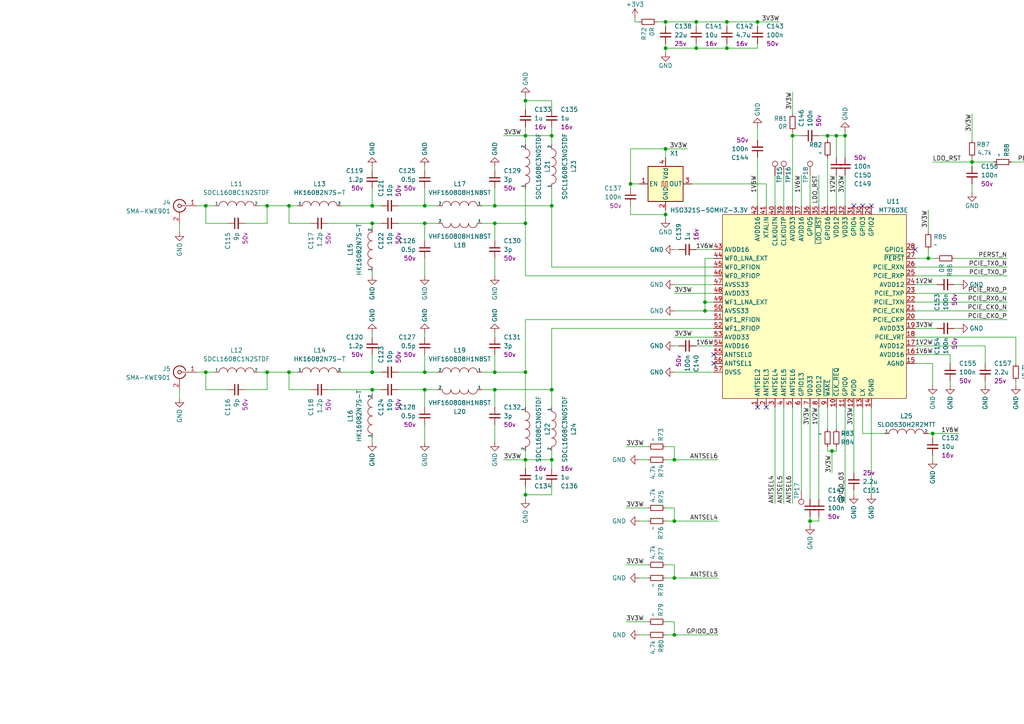
<source format=kicad_sch>
(kicad_sch (version 20230121) (generator eeschema)
  (paper "A4")
  (junction (at 123.19 107.95))
  (junction (at 123.19 113.03))
  (junction (at 152.4 39.37))
  (junction (at 195.58 133.35))
  (junction (at 193.04 62.23))
  (junction (at 152.4 64.77))
  (junction (at 204.47 87.63))
  (junction (at 240.03 39.37))
  (junction (at 193.04 6.35))
  (junction (at 107.95 107.95))
  (junction (at 160.02 39.37))
  (junction (at 229.87 39.37))
  (junction (at 77.47 107.95))
  (junction (at 182.88 53.34))
  (junction (at 83.82 59.69))
  (junction (at 219.71 6.35))
  (junction (at 269.24 74.93))
  (junction (at 152.4 143.51))
  (junction (at 152.4 133.35))
  (junction (at 241.3 130.81))
  (junction (at 107.95 64.77))
  (junction (at 270.51 125.73))
  (junction (at 143.51 59.69))
  (junction (at 123.19 64.77))
  (junction (at 107.95 113.03))
  (junction (at 201.93 6.35))
  (junction (at 195.58 167.64))
  (junction (at 195.58 184.15))
  (junction (at 160.02 59.69))
  (junction (at 193.04 13.97))
  (junction (at 123.19 59.69))
  (junction (at 234.95 151.13))
  (junction (at 193.04 43.18))
  (junction (at 210.82 6.35))
  (junction (at 242.57 39.37))
  (junction (at 152.4 107.95))
  (junction (at 245.11 39.37))
  (junction (at 59.69 107.95))
  (junction (at 152.4 29.21))
  (junction (at 143.51 64.77))
  (junction (at 210.82 13.97))
  (junction (at 160.02 113.03))
  (junction (at 83.82 107.95))
  (junction (at 107.95 59.69))
  (junction (at 195.58 151.13))
  (junction (at 201.93 13.97))
  (junction (at 77.47 59.69))
  (junction (at 143.51 107.95))
  (junction (at 143.51 113.03))
  (junction (at 204.47 90.17))
  (junction (at 160.02 133.35))
  (junction (at 281.94 46.99))
  (junction (at 59.69 59.69))
  (no_connect (at 207.01 102.87))
  (no_connect (at 252.73 59.69))
  (no_connect (at 250.19 59.69))
  (no_connect (at 265.43 72.39))
  (no_connect (at 219.71 118.11))
  (no_connect (at 222.25 118.11))
  (no_connect (at 207.01 105.41))
  (no_connect (at 247.65 59.69))
  (wire (pts (xy 110.49 64.77) (xy 107.95 64.77)))
  (wire (pts (xy 139.7 59.69) (xy 143.51 59.69)))
  (wire (pts (xy 224.79 146.05) (xy 224.79 118.11)))
  (wire (pts (xy 123.19 59.69) (xy 127 59.69)))
  (wire (pts (xy 201.93 6.35) (xy 201.93 7.62)))
  (wire (pts (xy 219.71 36.83) (xy 219.71 40.64)))
  (wire (pts (xy 182.88 54.61) (xy 182.88 53.34)))
  (wire (pts (xy 77.47 107.95) (xy 77.47 113.03)))
  (wire (pts (xy 210.82 6.35) (xy 219.71 6.35)))
  (wire (pts (xy 265.43 102.87) (xy 275.59 102.87)))
  (wire (pts (xy 181.61 129.54) (xy 187.96 129.54)))
  (wire (pts (xy 143.51 59.69) (xy 160.02 59.69)))
  (wire (pts (xy 99.06 107.95) (xy 107.95 107.95)))
  (wire (pts (xy 232.41 142.24) (xy 232.41 118.11)))
  (wire (pts (xy 234.95 144.78) (xy 234.95 118.11)))
  (wire (pts (xy 227.33 50.8) (xy 227.33 59.69)))
  (wire (pts (xy 62.23 107.95) (xy 59.69 107.95)))
  (wire (pts (xy 59.69 64.77) (xy 66.04 64.77)))
  (wire (pts (xy 107.95 107.95) (xy 107.95 102.87)))
  (wire (pts (xy 74.93 107.95) (xy 77.47 107.95)))
  (wire (pts (xy 242.57 129.54) (xy 242.57 130.81)))
  (wire (pts (xy 265.43 87.63) (xy 292.1 87.63)))
  (wire (pts (xy 123.19 74.93) (xy 123.19 80.01)))
  (wire (pts (xy 152.4 92.71) (xy 152.4 107.95)))
  (wire (pts (xy 123.19 97.79) (xy 123.19 96.52)))
  (wire (pts (xy 152.4 107.95) (xy 152.4 118.11)))
  (wire (pts (xy 160.02 95.25) (xy 160.02 113.03)))
  (wire (pts (xy 237.49 149.86) (xy 237.49 151.13)))
  (wire (pts (xy 294.64 110.49) (xy 294.64 111.76)))
  (wire (pts (xy 57.15 59.69) (xy 59.69 59.69)))
  (wire (pts (xy 152.4 39.37) (xy 160.02 39.37)))
  (wire (pts (xy 152.4 64.77) (xy 152.4 80.01)))
  (wire (pts (xy 152.4 36.83) (xy 152.4 39.37)))
  (wire (pts (xy 184.15 6.35) (xy 184.15 5.08)))
  (wire (pts (xy 193.04 62.23) (xy 182.88 62.23)))
  (wire (pts (xy 193.04 63.5) (xy 193.04 62.23)))
  (wire (pts (xy 152.4 64.77) (xy 152.4 54.61)))
  (wire (pts (xy 152.4 39.37) (xy 152.4 41.91)))
  (wire (pts (xy 193.04 43.18) (xy 199.39 43.18)))
  (wire (pts (xy 245.11 50.8) (xy 245.11 59.69)))
  (wire (pts (xy 160.02 39.37) (xy 160.02 41.91)))
  (wire (pts (xy 245.11 39.37) (xy 245.11 45.72)))
  (wire (pts (xy 83.82 64.77) (xy 90.17 64.77)))
  (wire (pts (xy 207.01 85.09) (xy 195.58 85.09)))
  (wire (pts (xy 123.19 54.61) (xy 123.19 59.69)))
  (wire (pts (xy 265.43 80.01) (xy 292.1 80.01)))
  (wire (pts (xy 193.04 12.7) (xy 193.04 13.97)))
  (wire (pts (xy 208.28 133.35) (xy 195.58 133.35)))
  (wire (pts (xy 276.86 95.25) (xy 278.13 95.25)))
  (wire (pts (xy 107.95 59.69) (xy 107.95 54.61)))
  (wire (pts (xy 270.51 127) (xy 270.51 125.73)))
  (wire (pts (xy 152.4 133.35) (xy 160.02 133.35)))
  (wire (pts (xy 115.57 59.69) (xy 123.19 59.69)))
  (wire (pts (xy 281.94 48.26) (xy 281.94 46.99)))
  (wire (pts (xy 250.19 125.73) (xy 256.54 125.73)))
  (wire (pts (xy 207.01 107.95) (xy 195.58 107.95)))
  (wire (pts (xy 107.95 97.79) (xy 107.95 96.52)))
  (wire (pts (xy 193.04 167.64) (xy 195.58 167.64)))
  (wire (pts (xy 201.93 13.97) (xy 201.93 12.7)))
  (wire (pts (xy 208.28 167.64) (xy 195.58 167.64)))
  (wire (pts (xy 237.49 118.11) (xy 237.49 144.78)))
  (wire (pts (xy 204.47 74.93) (xy 204.47 87.63)))
  (wire (pts (xy 193.04 184.15) (xy 195.58 184.15)))
  (wire (pts (xy 152.4 143.51) (xy 152.4 144.78)))
  (wire (pts (xy 195.58 147.32) (xy 193.04 147.32)))
  (wire (pts (xy 265.43 97.79) (xy 294.64 97.79)))
  (wire (pts (xy 242.57 118.11) (xy 242.57 124.46)))
  (wire (pts (xy 52.07 115.57) (xy 52.07 113.03)))
  (wire (pts (xy 182.88 53.34) (xy 182.88 43.18)))
  (wire (pts (xy 193.04 7.62) (xy 193.04 6.35)))
  (wire (pts (xy 77.47 59.69) (xy 77.47 64.77)))
  (wire (pts (xy 187.96 133.35) (xy 185.42 133.35)))
  (wire (pts (xy 293.37 46.99) (xy 303.53 46.99)))
  (wire (pts (xy 276.86 82.55) (xy 278.13 82.55)))
  (wire (pts (xy 74.93 59.69) (xy 77.47 59.69)))
  (wire (pts (xy 193.04 151.13) (xy 195.58 151.13)))
  (wire (pts (xy 57.15 107.95) (xy 59.69 107.95)))
  (wire (pts (xy 160.02 59.69) (xy 160.02 54.61)))
  (wire (pts (xy 237.49 50.8) (xy 237.49 59.69)))
  (wire (pts (xy 252.73 118.11) (xy 252.73 143.51)))
  (wire (pts (xy 59.69 113.03) (xy 66.04 113.03)))
  (wire (pts (xy 83.82 59.69) (xy 83.82 64.77)))
  (wire (pts (xy 270.51 111.76) (xy 270.51 105.41)))
  (wire (pts (xy 242.57 39.37) (xy 242.57 45.72)))
  (wire (pts (xy 245.11 146.05) (xy 245.11 118.11)))
  (wire (pts (xy 201.93 72.39) (xy 207.01 72.39)))
  (wire (pts (xy 193.04 15.24) (xy 193.04 13.97)))
  (wire (pts (xy 195.58 167.64) (xy 195.58 163.83)))
  (wire (pts (xy 110.49 107.95) (xy 107.95 107.95)))
  (wire (pts (xy 193.04 43.18) (xy 193.04 45.72)))
  (wire (pts (xy 185.42 167.64) (xy 187.96 167.64)))
  (wire (pts (xy 240.03 59.69) (xy 240.03 45.72)))
  (wire (pts (xy 123.19 102.87) (xy 123.19 107.95)))
  (wire (pts (xy 143.51 113.03) (xy 143.51 118.11)))
  (wire (pts (xy 160.02 143.51) (xy 152.4 143.51)))
  (wire (pts (xy 207.01 95.25) (xy 160.02 95.25)))
  (wire (pts (xy 270.51 132.08) (xy 270.51 133.35)))
  (wire (pts (xy 107.95 64.77) (xy 107.95 66.04)))
  (wire (pts (xy 123.19 113.03) (xy 127 113.03)))
  (wire (pts (xy 123.19 113.03) (xy 123.19 118.11)))
  (wire (pts (xy 207.01 87.63) (xy 204.47 87.63)))
  (wire (pts (xy 95.25 64.77) (xy 107.95 64.77)))
  (wire (pts (xy 210.82 6.35) (xy 210.82 7.62)))
  (wire (pts (xy 265.43 85.09) (xy 292.1 85.09)))
  (wire (pts (xy 278.13 125.73) (xy 270.51 125.73)))
  (wire (pts (xy 160.02 133.35) (xy 160.02 130.81)))
  (wire (pts (xy 219.71 6.35) (xy 219.71 7.62)))
  (wire (pts (xy 219.71 13.97) (xy 219.71 12.7)))
  (wire (pts (xy 265.43 90.17) (xy 292.1 90.17)))
  (wire (pts (xy 195.58 184.15) (xy 195.58 180.34)))
  (wire (pts (xy 152.4 80.01) (xy 207.01 80.01)))
  (wire (pts (xy 219.71 45.72) (xy 219.71 59.69)))
  (wire (pts (xy 107.95 127) (xy 107.95 128.27)))
  (wire (pts (xy 160.02 140.97) (xy 160.02 143.51)))
  (wire (pts (xy 281.94 33.02) (xy 281.94 40.64)))
  (wire (pts (xy 234.95 151.13) (xy 234.95 152.4)))
  (wire (pts (xy 275.59 110.49) (xy 275.59 111.76)))
  (wire (pts (xy 208.28 184.15) (xy 195.58 184.15)))
  (wire (pts (xy 77.47 107.95) (xy 83.82 107.95)))
  (wire (pts (xy 193.04 62.23) (xy 193.04 60.96)))
  (wire (pts (xy 245.11 38.1) (xy 245.11 39.37)))
  (wire (pts (xy 143.51 49.53) (xy 143.51 48.26)))
  (wire (pts (xy 152.4 143.51) (xy 152.4 140.97)))
  (wire (pts (xy 276.86 74.93) (xy 292.1 74.93)))
  (wire (pts (xy 152.4 29.21) (xy 152.4 31.75)))
  (wire (pts (xy 62.23 59.69) (xy 59.69 59.69)))
  (wire (pts (xy 210.82 13.97) (xy 210.82 12.7)))
  (wire (pts (xy 181.61 163.83) (xy 187.96 163.83)))
  (wire (pts (xy 265.43 105.41) (xy 270.51 105.41)))
  (wire (pts (xy 123.19 64.77) (xy 123.19 69.85)))
  (wire (pts (xy 185.42 184.15) (xy 187.96 184.15)))
  (wire (pts (xy 281.94 46.99) (xy 270.51 46.99)))
  (wire (pts (xy 281.94 46.99) (xy 288.29 46.99)))
  (wire (pts (xy 201.93 13.97) (xy 210.82 13.97)))
  (wire (pts (xy 201.93 100.33) (xy 207.01 100.33)))
  (wire (pts (xy 207.01 82.55) (xy 195.58 82.55)))
  (wire (pts (xy 265.43 100.33) (xy 285.75 100.33)))
  (wire (pts (xy 160.02 29.21) (xy 152.4 29.21)))
  (wire (pts (xy 152.4 135.89) (xy 152.4 133.35)))
  (wire (pts (xy 275.59 102.87) (xy 275.59 105.41)))
  (wire (pts (xy 143.51 64.77) (xy 152.4 64.77)))
  (wire (pts (xy 160.02 113.03) (xy 160.02 118.11)))
  (wire (pts (xy 269.24 72.39) (xy 269.24 74.93)))
  (wire (pts (xy 240.03 118.11) (xy 240.03 124.46)))
  (wire (pts (xy 115.57 113.03) (xy 123.19 113.03)))
  (wire (pts (xy 193.04 6.35) (xy 201.93 6.35)))
  (wire (pts (xy 247.65 118.11) (xy 247.65 137.16)))
  (wire (pts (xy 232.41 50.8) (xy 232.41 59.69)))
  (wire (pts (xy 86.36 107.95) (xy 83.82 107.95)))
  (wire (pts (xy 160.02 31.75) (xy 160.02 29.21)))
  (wire (pts (xy 229.87 146.05) (xy 229.87 118.11)))
  (wire (pts (xy 107.95 78.74) (xy 107.95 80.01)))
  (wire (pts (xy 285.75 110.49) (xy 285.75 111.76)))
  (wire (pts (xy 271.78 95.25) (xy 265.43 95.25)))
  (wire (pts (xy 99.06 59.69) (xy 107.95 59.69)))
  (wire (pts (xy 196.85 72.39) (xy 195.58 72.39)))
  (wire (pts (xy 143.51 59.69) (xy 143.51 54.61)))
  (wire (pts (xy 107.95 49.53) (xy 107.95 48.26)))
  (wire (pts (xy 241.3 130.81) (xy 241.3 137.16)))
  (wire (pts (xy 195.58 151.13) (xy 195.58 147.32)))
  (wire (pts (xy 250.19 118.11) (xy 250.19 125.73)))
  (wire (pts (xy 143.51 123.19) (xy 143.51 128.27)))
  (wire (pts (xy 152.4 29.21) (xy 152.4 27.94)))
  (wire (pts (xy 210.82 13.97) (xy 219.71 13.97)))
  (wire (pts (xy 224.79 50.8) (xy 224.79 59.69)))
  (wire (pts (xy 110.49 113.03) (xy 107.95 113.03)))
  (wire (pts (xy 207.01 90.17) (xy 204.47 90.17)))
  (wire (pts (xy 143.51 107.95) (xy 152.4 107.95)))
  (wire (pts (xy 237.49 39.37) (xy 240.03 39.37)))
  (wire (pts (xy 207.01 92.71) (xy 152.4 92.71)))
  (wire (pts (xy 190.5 6.35) (xy 193.04 6.35)))
  (wire (pts (xy 107.95 113.03) (xy 107.95 114.3)))
  (wire (pts (xy 270.51 125.73) (xy 269.24 125.73)))
  (wire (pts (xy 207.01 74.93) (xy 204.47 74.93)))
  (wire (pts (xy 160.02 36.83) (xy 160.02 39.37)))
  (wire (pts (xy 193.04 13.97) (xy 201.93 13.97)))
  (wire (pts (xy 139.7 64.77) (xy 143.51 64.77)))
  (wire (pts (xy 115.57 64.77) (xy 123.19 64.77)))
  (wire (pts (xy 77.47 64.77) (xy 71.12 64.77)))
  (wire (pts (xy 77.47 113.03) (xy 71.12 113.03)))
  (wire (pts (xy 143.51 64.77) (xy 143.51 69.85)))
  (wire (pts (xy 110.49 59.69) (xy 107.95 59.69)))
  (wire (pts (xy 143.51 107.95) (xy 143.51 102.87)))
  (wire (pts (xy 229.87 39.37) (xy 232.41 39.37)))
  (wire (pts (xy 294.64 97.79) (xy 294.64 105.41)))
  (wire (pts (xy 187.96 151.13) (xy 185.42 151.13)))
  (wire (pts (xy 77.47 59.69) (xy 83.82 59.69)))
  (wire (pts (xy 269.24 60.96) (xy 269.24 67.31)))
  (wire (pts (xy 204.47 87.63) (xy 204.47 90.17)))
  (wire (pts (xy 242.57 50.8) (xy 242.57 59.69)))
  (wire (pts (xy 123.19 49.53) (xy 123.19 48.26)))
  (wire (pts (xy 143.51 74.93) (xy 143.51 80.01)))
  (wire (pts (xy 86.36 59.69) (xy 83.82 59.69)))
  (wire (pts (xy 181.61 147.32) (xy 187.96 147.32)))
  (wire (pts (xy 143.51 97.79) (xy 143.51 96.52)))
  (wire (pts (xy 115.57 107.95) (xy 123.19 107.95)))
  (wire (pts (xy 229.87 39.37) (xy 229.87 59.69)))
  (wire (pts (xy 242.57 39.37) (xy 245.11 39.37)))
  (wire (pts (xy 95.25 113.03) (xy 107.95 113.03)))
  (wire (pts (xy 52.07 67.31) (xy 52.07 64.77)))
  (wire (pts (xy 123.19 123.19) (xy 123.19 128.27)))
  (wire (pts (xy 242.57 130.81) (xy 241.3 130.81)))
  (wire (pts (xy 281.94 53.34) (xy 281.94 55.88)))
  (wire (pts (xy 182.88 43.18) (xy 193.04 43.18)))
  (wire (pts (xy 265.43 74.93) (xy 269.24 74.93)))
  (wire (pts (xy 146.05 133.35) (xy 152.4 133.35)))
  (wire (pts (xy 234.95 149.86) (xy 234.95 151.13)))
  (wire (pts (xy 195.58 129.54) (xy 193.04 129.54)))
  (wire (pts (xy 227.33 146.05) (xy 227.33 118.11)))
  (wire (pts (xy 265.43 92.71) (xy 292.1 92.71)))
  (wire (pts (xy 240.03 40.64) (xy 240.03 39.37)))
  (wire (pts (xy 237.49 151.13) (xy 234.95 151.13)))
  (wire (pts (xy 204.47 90.17) (xy 195.58 90.17)))
  (wire (pts (xy 265.43 77.47) (xy 292.1 77.47)))
  (wire (pts (xy 160.02 135.89) (xy 160.02 133.35)))
  (wire (pts (xy 208.28 151.13) (xy 195.58 151.13)))
  (wire (pts (xy 59.69 107.95) (xy 59.69 113.03)))
  (wire (pts (xy 207.01 97.79) (xy 195.58 97.79)))
  (wire (pts (xy 181.61 180.34) (xy 187.96 180.34)))
  (wire (pts (xy 59.69 59.69) (xy 59.69 64.77)))
  (wire (pts (xy 185.42 6.35) (xy 184.15 6.35)))
  (wire (pts (xy 207.01 77.47) (xy 160.02 77.47)))
  (wire (pts (xy 139.7 107.95) (xy 143.51 107.95)))
  (wire (pts (xy 139.7 113.03) (xy 143.51 113.03)))
  (wire (pts (xy 123.19 64.77) (xy 127 64.77)))
  (wire (pts (xy 83.82 113.03) (xy 90.17 113.03)))
  (wire (pts (xy 241.3 130.81) (xy 240.03 130.81)))
  (wire (pts (xy 196.85 100.33) (xy 195.58 100.33)))
  (wire (pts (xy 182.88 62.23) (xy 182.88 59.69)))
  (wire (pts (xy 193.04 133.35) (xy 195.58 133.35)))
  (wire (pts (xy 234.95 50.8) (xy 234.95 59.69)))
  (wire (pts (xy 195.58 163.83) (xy 193.04 163.83)))
  (wire (pts (xy 123.19 107.95) (xy 127 107.95)))
  (wire (pts (xy 201.93 6.35) (xy 210.82 6.35)))
  (wire (pts (xy 200.66 53.34) (xy 222.25 53.34)))
  (wire (pts (xy 152.4 133.35) (xy 152.4 130.81)))
  (wire (pts (xy 247.65 142.24) (xy 247.65 143.51)))
  (wire (pts (xy 146.05 39.37) (xy 152.4 39.37)))
  (wire (pts (xy 195.58 180.34) (xy 193.04 180.34)))
  (wire (pts (xy 240.03 130.81) (xy 240.03 129.54)))
  (wire (pts (xy 240.03 39.37) (xy 242.57 39.37)))
  (wire (pts (xy 281.94 46.99) (xy 281.94 45.72)))
  (wire (pts (xy 285.75 100.33) (xy 285.75 105.41)))
  (wire (pts (xy 195.58 133.35) (xy 195.58 129.54)))
  (wire (pts (xy 222.25 53.34) (xy 222.25 59.69)))
  (wire (pts (xy 229.87 26.67) (xy 229.87 33.02)))
  (wire (pts (xy 83.82 107.95) (xy 83.82 113.03)))
  (wire (pts (xy 160.02 59.69) (xy 160.02 77.47)))
  (wire (pts (xy 271.78 82.55) (xy 265.43 82.55)))
  (wire (pts (xy 229.87 38.1) (xy 229.87 39.37)))
  (wire (pts (xy 269.24 74.93) (xy 271.78 74.93)))
  (wire (pts (xy 219.71 6.35) (xy 226.06 6.35)))
  (wire (pts (xy 185.42 53.34) (xy 182.88 53.34)))
  (wire (pts (xy 143.51 113.03) (xy 160.02 113.03)))
  (label "PCIE_RX0_P" (at 292.1 85.09 180))
  (label "3V3W" (at 265.43 95.25 0))
  (label "1V2W" (at 242.57 50.8 270))
  (label "3V3W" (at 241.3 137.16 90))
  (label "1V6W" (at 207.01 72.39 180))
  (label "1V2W" (at 265.43 100.33 0))
  (label "GPIO0_03" (at 245.11 146.05 90))
  (label "GPIO0_03" (at 208.28 184.15 180))
  (label "1V6W" (at 232.41 50.8 270))
  (label "PCIE_CK0_P" (at 292.1 92.71 180))
  (label "1V2W" (at 265.43 82.55 0))
  (label "3V3W" (at 281.94 33.02 270))
  (label "3V3W" (at 199.39 43.18 180))
  (label "3V3W" (at 181.61 163.83 0))
  (label "PCIE_CK0_N" (at 292.1 90.17 180))
  (label "ANTSEL5" (at 208.28 167.64 180))
  (label "PERST_N" (at 303.53 46.99 180))
  (label "PCIE_TX0_P" (at 292.1 80.01 180))
  (label "PERST_N" (at 292.1 74.93 180))
  (label "LDO_RST" (at 270.51 46.99 0))
  (label "3V3W" (at 247.65 118.11 270))
  (label "3V3W" (at 229.87 26.67 270))
  (label "3V3W" (at 181.61 129.54 0))
  (label "3V3W" (at 195.58 85.09 0))
  (label "PCIE_RX0_N" (at 292.1 87.63 180))
  (label "1V2W" (at 237.49 118.11 270))
  (label "3V3W" (at 181.61 147.32 0))
  (label "3V3W" (at 146.05 133.35 0))
  (label "1V6W" (at 207.01 100.33 180))
  (label "PCIE_TX0_N" (at 292.1 77.47 180))
  (label "3V3W" (at 181.61 180.34 0))
  (label "ANTSEL5" (at 227.33 146.05 90))
  (label "ANTSEL4" (at 224.79 146.05 90))
  (label "1V6W" (at 219.71 50.8 270))
  (label "3V3W" (at 195.58 97.79 0))
  (label "LDO_RST" (at 237.49 50.8 270))
  (label "3V3W" (at 234.95 118.11 270))
  (label "3V3W" (at 146.05 39.37 0))
  (label "3V3W" (at 245.11 50.8 270))
  (label "3V3W" (at 226.06 6.35 180))
  (label "1V6W" (at 265.43 102.87 0))
  (label "1V6W" (at 278.13 125.73 180))
  (label "ANTSEL6" (at 208.28 133.35 180))
  (label "3V3W" (at 269.24 60.96 270))
  (label "ANTSEL4" (at 208.28 151.13 180))
  (label "ANTSEL6" (at 229.87 146.05 90))
  (symbol (lib_id "Device:R_Small") (at 240.03 127 0) (unit 1)
    (property "Reference" "R83" (at 243.84 125.73 0) (effects (justify left)))
    (property "Value" "~" (at 238.5314 125.857 0) (effects (justify right)))
    (property "Footprint" "Resistor_SMD:R_0402_1005Metric" (effects hide))
  )
  (symbol (lib_id "power:GND") (at 52.07 115.57 0) (unit 1)
    (property "Reference" "#PWR0176" (effects hide))
    (property "Value" "GND" (at 52.07 120.65 90))
  )
  (symbol (lib_id "Device:C_Small") (at 68.58 64.77 90) (mirror x) (unit 1)
    (property "Reference" "C115" (at 66.04 67.31 0) (effects (justify left)))
    (property "Value" "9p" (at 68.58 67.31 0) (effects (justify left)))
    (property "Footprint" "Capacitor_SMD:C_0402_1005Metric" (effects hide))
    (property "lcsc" "C88899" (effects hide))
    (property "Coefficient" "NP0" (effects hide))
    (property "Voltage" "50v" (at 71.12 67.31 0) (effects (justify left)))
  )
  (symbol (lib_id "Device:C_Small") (at 113.03 59.69 90) (unit 1)
    (property "Reference" "C121" (at 110.49 57.15 0) (effects (justify left)))
    (property "Value" "10p" (at 113.03 57.15 0) (effects (justify left)))
    (property "Footprint" "Capacitor_SMD:C_0402_1005Metric" (effects hide))
    (property "lcsc" "C32949" (effects hide))
    (property "Coefficient" "C0G" (effects hide))
    (property "Voltage" "50v" (at 115.57 57.15 0) (effects (justify left)))
  )
  (symbol (lib_id "pspice:INDUCTOR") (at 133.35 64.77 180) (unit 1)
    (property "Reference" "L18" (at 133.35 71.12 0))
    (property "Value" "VHF160808H1N8ST" (at 133.35 68.58 0))
    (property "Footprint" "Inductor_SMD:L_0603_1608Metric" (effects hide))
    (property "lcsc" "C1026" (effects hide))
  )
  (symbol (lib_id "Device:C_Small") (at 219.71 10.16 0) (unit 1)
    (property "Reference" "C143" (at 222.25 7.62 0) (effects (justify left)))
    (property "Value" "100n" (at 222.25 10.16 0) (effects (justify left)))
    (property "Footprint" "Capacitor_SMD:C_0402_1005Metric" (effects hide))
    (property "lcsc" "C307331" (effects hide))
    (property "Coefficient" "X7R" (effects hide))
    (property "Voltage" "50v" (at 222.25 12.7 0) (effects (justify left)))
  )
  (symbol (lib_id "Device:C_Small") (at 123.19 52.07 0) (mirror y) (unit 1)
    (property "Reference" "C125" (at 120.65 49.53 0) (effects (justify left)))
    (property "Value" "0.5p" (at 120.65 52.07 0) (effects (justify left)))
    (property "Footprint" "Capacitor_SMD:C_0402_1005Metric" (effects hide))
    (property "lcsc" "C76912" (effects hide))
    (property "Coefficient" "C0G" (effects hide))
    (property "Voltage" "50v" (at 120.65 54.61 0) (effects (justify left)))
  )
  (symbol (lib_id "power:GND") (at 245.11 38.1 0) (mirror x) (unit 1)
    (property "Reference" "#PWR0189" (effects hide))
    (property "Value" "GND" (at 245.11 33.02 90))
  )
  (symbol (lib_id "Device:R_Small") (at 229.87 35.56 0) (mirror x) (unit 1)
    (property "Reference" "R81" (at 228.3714 34.3916 0) (effects (justify right)))
    (property "Value" "0R" (at 228.3714 36.703 0) (effects (justify right)))
    (property "Footprint" "Resistor_SMD:R_0402_1005Metric" (effects hide))
    (property "lcsc" "C17168" (effects hide))
    (property "Coefficient" "1%" (effects hide))
  )
  (symbol (lib_id "power:GND") (at 143.51 80.01 0) (unit 1)
    (property "Reference" "#PWR0182" (effects hide))
    (property "Value" "GND" (at 143.51 85.09 90))
  )
  (symbol (lib_id "Device:C_Small") (at 242.57 48.26 180) (unit 1)
    (property "Reference" "C149" (at 247.65 53.34 0) (effects (justify right)))
    (property "Value" "100n" (effects hide))
    (property "Footprint" "Capacitor_SMD:C_0402_1005Metric" (effects hide))
    (property "lcsc" "C307331" (effects hide))
    (property "Coefficient" "X7R" (effects hide))
    (property "Voltage" "50v" (effects hide))
  )
  (symbol (lib_id "Device:C_Small") (at 285.75 107.95 0) (unit 1)
    (property "Reference" "C157" (at 288.29 105.41 0) (effects (justify left)))
    (property "Value" "2.2u" (at 288.29 107.95 0) (effects (justify left)))
    (property "Footprint" "Capacitor_SMD:C_0805_2012Metric" (effects hide))
    (property "lcsc" "C19110" (effects hide))
    (property "Coefficient" "X7R" (effects hide))
    (property "Voltage" "25v" (at 288.29 110.49 0) (effects (justify left)))
  )
  (symbol (lib_id "power:GND") (at 195.58 107.95 270) (mirror x) (unit 1)
    (property "Reference" "#PWR0200" (effects hide))
    (property "Value" "GND" (at 190.5 107.95 90))
  )
  (symbol (lib_id "Connector:Conn_Coaxial") (at 52.07 107.95 0) (mirror y) (unit 1)
    (property "Reference" "J5" (at 49.53 106.9731 0) (effects (justify left)))
    (property "Value" "SMA-KWE901" (at 49.53 109.5131 0) (effects (justify left)))
    (property "Footprint" "MAS_Package_std:SMA_Amphenol_901-143_Horizontal" (effects hide))
    (property "Datasheet" "https://datasheet.lcsc.com/lcsc/2011081704_DreamLNK-SMA-KWE901_C914553.pdf" (effects hide))
    (property "lcsc" "C914553" (effects hide))
  )
  (symbol (lib_id "power:GND") (at 195.58 100.33 270) (mirror x) (unit 1)
    (property "Reference" "#PWR0201" (effects hide))
    (property "Value" "GND" (at 190.5 100.33 90))
  )
  (symbol (lib_id "Device:R_Small") (at 187.96 6.35 270) (mirror x) (unit 1)
    (property "Reference" "R72" (at 186.7916 7.8486 0) (effects (justify right)))
    (property "Value" "0R" (at 189.103 7.8486 0) (effects (justify right)))
    (property "Footprint" "Resistor_SMD:R_0402_1005Metric" (effects hide))
    (property "lcsc" "C17168" (effects hide))
    (property "Coefficient" "1%" (effects hide))
  )
  (symbol (lib_id "pspice:INDUCTOR") (at 92.71 59.69 0) (unit 1)
    (property "Reference" "L13" (at 92.71 53.34 0))
    (property "Value" "HK16082N7S-T" (at 92.71 55.88 0))
    (property "Footprint" "Inductor_SMD:L_0603_1608Metric" (effects hide))
    (property "lcsc" "C222663" (effects hide))
  )
  (symbol (lib_id "Device:R_Small") (at 269.24 69.85 180) (unit 1)
    (property "Reference" "R85" (at 270.7386 68.6816 0) (effects (justify right)))
    (property "Value" "~" (at 270.7386 70.993 0) (effects (justify right)))
    (property "Footprint" "Resistor_SMD:R_0402_1005Metric" (effects hide))
  )
  (symbol (lib_id "Device:R_Small") (at 242.57 127 0) (mirror y) (unit 1)
    (property "Reference" "R84" (at 243.84 128.27 0) (effects (justify right)))
    (property "Value" "~" (at 244.0686 125.857 0) (effects (justify right)))
    (property "Footprint" "Resistor_SMD:R_0402_1005Metric" (effects hide))
  )
  (symbol (lib_id "Connector:TestPoint") (at 224.79 50.8 0) (unit 1) (in_bom no)
    (property "Reference" "TP15" (at 226.06 48.26 90) (effects (justify right)))
    (property "Value" "TestPoint" (effects hide))
    (property "Footprint" "TestPoint:TestPoint_Pad_D1.0mm" (effects hide))
  )
  (symbol (lib_id "Device:C_Small") (at 123.19 72.39 0) (mirror y) (unit 1)
    (property "Reference" "C126" (at 120.65 69.85 0) (effects (justify left)))
    (property "Value" "0.5p" (at 120.65 72.39 0) (effects (justify left)))
    (property "Footprint" "Capacitor_SMD:C_0402_1005Metric" (effects hide))
    (property "lcsc" "C76912" (effects hide))
    (property "Coefficient" "C0G" (effects hide))
    (property "Voltage" "50v" (at 120.65 74.93 0) (effects (justify left)))
  )
  (symbol (lib_id "Device:C_Small") (at 107.95 52.07 0) (mirror y) (unit 1)
    (property "Reference" "C119" (at 105.41 49.53 0) (effects (justify left)))
    (property "Value" "1.2p" (at 105.41 52.07 0) (effects (justify left)))
    (property "Footprint" "Capacitor_SMD:C_0402_1005Metric" (effects hide))
    (property "lcsc" "C72135" (effects hide))
    (property "Coefficient" "C0G" (effects hide))
    (property "Voltage" "50v" (at 105.41 54.61 0) (effects (justify left)))
  )
  (symbol (lib_id "Device:R_Small") (at 190.5 180.34 90) (mirror x) (unit 1)
    (property "Reference" "R79" (at 191.6684 178.8414 0) (effects (justify right)))
    (property "Value" "~" (at 189.357 178.8414 0) (effects (justify right)))
    (property "Footprint" "Resistor_SMD:R_0402_1005Metric" (effects hide))
  )
  (symbol (lib_id "pspice:INDUCTOR") (at 160.02 124.46 270) (unit 1)
    (property "Reference" "L24" (at 166.37 124.46 0))
    (property "Value" "SDCL1608C3N0STDF" (at 163.83 124.46 0))
    (property "Footprint" "Inductor_SMD:L_0603_1608Metric" (effects hide))
    (property "lcsc" "C22724" (effects hide))
  )
  (symbol (lib_id "power:GND") (at 123.19 48.26 180) (unit 1)
    (property "Reference" "#PWR0181" (effects hide))
    (property "Value" "GND" (at 123.19 43.18 90))
  )
  (symbol (lib_id "pspice:INDUCTOR") (at 262.89 125.73 0) (unit 1)
    (property "Reference" "L25" (at 262.89 120.65 0))
    (property "Value" "SLO0530H2R2MTT" (at 262.89 123.19 0))
    (property "Footprint" "MAS_Package_std:Power_inductor_SMD_0530" (effects hide))
    (property "Datasheet" "https://datasheet.lcsc.com/lcsc/1811151233_Sunltech-Tech-SLO0530H6R8MTT_C325965.pdf" (effects hide))
    (property "lcsc" "C325962" (effects hide))
  )
  (symbol (lib_id "Device:C_Small") (at 92.71 64.77 90) (mirror x) (unit 1)
    (property "Reference" "C117" (at 90.17 67.31 0) (effects (justify left)))
    (property "Value" "1.2p" (at 92.71 67.31 0) (effects (justify left)))
    (property "Footprint" "Capacitor_SMD:C_0402_1005Metric" (effects hide))
    (property "lcsc" "C72135" (effects hide))
    (property "Coefficient" "C0G" (effects hide))
    (property "Voltage" "50v" (at 95.25 67.31 0) (effects (justify left)))
  )
  (symbol (lib_id "Device:C_Small") (at 270.51 129.54 0) (unit 1)
    (property "Reference" "C152" (at 273.05 127 0) (effects (justify left)))
    (property "Value" "10u" (at 273.05 129.54 0) (effects (justify left)))
    (property "Footprint" "Capacitor_SMD:C_0805_2012Metric" (effects hide))
    (property "lcsc" "C95841" (effects hide))
    (property "Coefficient" "X7R" (effects hide))
    (property "Voltage" "16v" (at 273.05 132.08 0) (effects (justify left)))
  )
  (symbol (lib_id "Device:C_Small") (at 123.19 100.33 0) (mirror y) (unit 1)
    (property "Reference" "C127" (at 120.65 97.79 0) (effects (justify left)))
    (property "Value" "0.5p" (at 120.65 100.33 0) (effects (justify left)))
    (property "Footprint" "Capacitor_SMD:C_0402_1005Metric" (effects hide))
    (property "lcsc" "C76912" (effects hide))
    (property "Coefficient" "C0G" (effects hide))
    (property "Voltage" "50v" (at 120.65 102.87 0) (effects (justify left)))
  )
  (symbol (lib_id "pspice:INDUCTOR") (at 160.02 48.26 270) (mirror x) (unit 1)
    (property "Reference" "L23" (at 166.37 48.26 0))
    (property "Value" "SDCL1608C3N0STDF" (at 163.83 48.26 0))
    (property "Footprint" "Inductor_SMD:L_0603_1608Metric" (effects hide))
    (property "lcsc" "C22724" (effects hide))
  )
  (symbol (lib_id "Device:C_Small") (at 245.11 48.26 0) (mirror x) (unit 1)
    (property "Reference" "C150" (at 247.65 50.8 0) (effects (justify left)))
    (property "Value" "100n" (at 247.65 48.26 0) (effects (justify left)))
    (property "Footprint" "Capacitor_SMD:C_0402_1005Metric" (effects hide))
    (property "lcsc" "C307331" (effects hide))
    (property "Coefficient" "X7R" (effects hide))
    (property "Voltage" "50v" (at 247.65 45.72 0) (effects (justify left)))
  )
  (symbol (lib_id "Device:R_Small") (at 190.5 151.13 90) (unit 1)
    (property "Reference" "R76" (at 191.6684 152.6286 0) (effects (justify right)))
    (property "Value" "~" (at 189.357 152.6286 0) (effects (justify right)))
    (property "Footprint" "Resistor_SMD:R_0402_1005Metric" (effects hide))
  )
  (symbol (lib_id "power:GND") (at 152.4 27.94 180) (unit 1)
    (property "Reference" "#PWR0188" (effects hide))
    (property "Value" "GND" (at 152.4 22.86 90))
  )
  (symbol (lib_id "Device:R_Small") (at 190.5 129.54 90) (mirror x) (unit 1)
    (property "Reference" "R73" (at 191.6684 128.0414 0) (effects (justify right)))
    (property "Value" "~" (at 189.357 128.0414 0) (effects (justify right)))
    (property "Footprint" "Resistor_SMD:R_0402_1005Metric" (effects hide))
  )
  (symbol (lib_id "power:GND") (at 123.19 128.27 0) (unit 1)
    (property "Reference" "#PWR0170" (effects hide))
    (property "Value" "GND" (at 123.19 133.35 90))
  )
  (symbol (lib_id "Device:C_Small") (at 234.95 39.37 90) (unit 1)
    (property "Reference" "C146" (at 232.41 36.83 0) (effects (justify left)))
    (property "Value" "100n" (at 234.95 36.83 0) (effects (justify left)))
    (property "Footprint" "Capacitor_SMD:C_0402_1005Metric" (effects hide))
    (property "lcsc" "C307331" (effects hide))
    (property "Coefficient" "X7R" (effects hide))
    (property "Voltage" "50v" (at 237.49 36.83 0) (effects (justify left)))
  )
  (symbol (lib_id "main-rescue:+3.3V-power") (at 184.15 5.08 0) (mirror y) (unit 1)
    (property "Reference" "#U0119" (effects hide))
    (property "Value" "+3.3V" (at 184.15 1.27 0))
  )
  (symbol (lib_id "Device:C_Small") (at 275.59 107.95 0) (unit 1)
    (property "Reference" "C155" (at 278.13 105.41 0) (effects (justify left)))
    (property "Value" "100n" (at 278.13 107.95 0) (effects (justify left)))
    (property "Footprint" "Capacitor_SMD:C_0402_1005Metric" (effects hide))
    (property "lcsc" "C307331" (effects hide))
    (property "Coefficient" "X7R" (effects hide))
    (property "Voltage" "50v" (at 278.13 110.49 0) (effects (justify left)))
  )
  (symbol (lib_id "pspice:INDUCTOR") (at 152.4 124.46 270) (unit 1)
    (property "Reference" "L22" (at 158.75 124.46 0))
    (property "Value" "SDCL1608C3N0STDF" (at 156.21 124.46 0))
    (property "Footprint" "Inductor_SMD:L_0603_1608Metric" (effects hide))
    (property "lcsc" "C22724" (effects hide))
  )
  (symbol (lib_id "power:GND") (at 278.13 95.25 90) (mirror x) (unit 1)
    (property "Reference" "#PWR0203" (effects hide))
    (property "Value" "GND" (at 283.21 95.25 90))
  )
  (symbol (lib_id "Device:C_Small") (at 274.32 82.55 90) (mirror x) (unit 1)
    (property "Reference" "C153" (at 271.78 85.09 0) (effects (justify left)))
    (property "Value" "100n" (at 274.32 85.09 0) (effects (justify left)))
    (property "Footprint" "Capacitor_SMD:C_0402_1005Metric" (effects hide))
    (property "lcsc" "C307331" (effects hide))
    (property "Coefficient" "X7R" (effects hide))
    (property "Voltage" "50v" (at 276.86 85.09 0) (effects (justify left)))
  )
  (symbol (lib_id "Oscillator:ASV-xxxMHz") (at 193.04 53.34 0) (unit 1)
    (property "Reference" "X1" (at 194.31 44.45 0) (effects (justify left)))
    (property "Value" "HSO321S-50MHZ-3.3V" (at 194.31 60.96 0) (effects (justify left)))
    (property "Footprint" "MAS_Package_std:Oscillator_SMD_SMD3225-4P" (effects hide))
    (property "Datasheet" "https://datasheet.lcsc.com/lcsc/1810171121_HELE-Harmony-Elec-HSO321S-50MHZ-3-3V-50PPM--40--85-_C160451.pdf" (effects hide))
    (property "lcsc" "C160451" (effects hide))
  )
  (symbol (lib_id "power:GND") (at 275.59 111.76 0) (unit 1)
    (property "Reference" "#PWR0206" (effects hide))
    (property "Value" "GND" (at 275.59 116.84 90))
  )
  (symbol (lib_id "Device:R_Small") (at 281.94 43.18 180) (unit 1)
    (property "Reference" "R87" (at 283.21 41.91 0) (effects (justify right)))
    (property "Value" "4.7k" (at 283.4386 44.323 0) (effects (justify right)))
    (property "Footprint" "Resistor_SMD:R_0402_1005Metric" (effects hide))
    (property "lcsc" "C25900" (effects hide))
    (property "Coefficient" "1%" (effects hide))
  )
  (symbol (lib_id "pspice:INDUCTOR") (at 133.35 107.95 0) (mirror y) (unit 1)
    (property "Reference" "L19" (at 133.35 101.6 0))
    (property "Value" "VHF160808H1N8ST" (at 133.35 104.14 0))
    (property "Footprint" "Inductor_SMD:L_0603_1608Metric" (effects hide))
    (property "lcsc" "C1026" (effects hide))
  )
  (symbol (lib_id "power:GND") (at 143.51 48.26 180) (unit 1)
    (property "Reference" "#PWR0184" (effects hide))
    (property "Value" "GND" (at 143.51 43.18 90))
  )
  (symbol (lib_id "power:GND") (at 281.94 55.88 0) (mirror y) (unit 1)
    (property "Reference" "#PWR0195" (effects hide))
    (property "Value" "GND" (at 281.94 59.69 0))
  )
  (symbol (lib_id "power:GND") (at 107.95 80.01 0) (unit 1)
    (property "Reference" "#PWR0174" (effects hide))
    (property "Value" "GND" (at 107.95 85.09 90))
  )
  (symbol (lib_id "Device:R_Small") (at 290.83 46.99 90) (mirror x) (unit 1)
    (property "Reference" "R88" (at 291.9984 45.4914 0) (effects (justify right)))
    (property "Value" "~" (at 289.687 45.4914 0) (effects (justify right)))
    (property "Footprint" "Resistor_SMD:R_0402_1005Metric" (effects hide))
  )
  (symbol (lib_id "Device:C_Small") (at 199.39 72.39 90) (unit 1)
    (property "Reference" "C139" (at 196.85 69.85 0) (effects (justify left)))
    (property "Value" "1u" (at 199.39 69.85 0) (effects (justify left)))
    (property "Footprint" "Capacitor_SMD:C_0603_1608Metric" (effects hide))
    (property "lcsc" "C93816" (effects hide))
    (property "Coefficient" "X7R" (effects hide))
    (property "Voltage" "16v" (at 201.93 69.85 0) (effects (justify left)))
  )
  (symbol (lib_id "power:GND") (at 107.95 96.52 180) (unit 1)
    (property "Reference" "#PWR0175" (effects hide))
    (property "Value" "GND" (at 107.95 91.44 90))
  )
  (symbol (lib_id "power:GND") (at 107.95 128.27 0) (unit 1)
    (property "Reference" "#PWR0169" (effects hide))
    (property "Value" "GND" (at 107.95 133.35 90))
  )
  (symbol (lib_id "Device:C_Small") (at 201.93 10.16 0) (unit 1)
    (property "Reference" "C141" (at 204.47 7.62 0) (effects (justify left)))
    (property "Value" "10u" (at 204.47 10.16 0) (effects (justify left)))
    (property "Footprint" "Capacitor_SMD:C_0805_2012Metric" (effects hide))
    (property "lcsc" "C95841" (effects hide))
    (property "Coefficient" "X7R" (effects hide))
    (property "Voltage" "16v" (at 204.47 12.7 0) (effects (justify left)))
  )
  (symbol (lib_id "power:GND") (at 185.42 184.15 270) (unit 1)
    (property "Reference" "#PWR0177" (effects hide))
    (property "Value" "GND" (at 181.61 184.15 90) (effects (justify right)))
  )
  (symbol (lib_id "Device:C_Small") (at 92.71 113.03 90) (mirror x) (unit 1)
    (property "Reference" "C118" (at 90.17 115.57 0) (effects (justify left)))
    (property "Value" "1.2p" (at 92.71 115.57 0) (effects (justify left)))
    (property "Footprint" "Capacitor_SMD:C_0402_1005Metric" (effects hide))
    (property "lcsc" "C72135" (effects hide))
    (property "Coefficient" "C0G" (effects hide))
    (property "Voltage" "50v" (at 95.25 115.57 0) (effects (justify left)))
  )
  (symbol (lib_id "Device:C_Small") (at 152.4 34.29 0) (unit 1)
    (property "Reference" "C133" (at 154.94 31.75 0) (effects (justify left)))
    (property "Value" "1u" (at 154.94 34.29 0) (effects (justify left)))
    (property "Footprint" "Capacitor_SMD:C_0603_1608Metric" (effects hide))
    (property "lcsc" "C93816" (effects hide))
    (property "Coefficient" "X7R" (effects hide))
    (property "Voltage" "16v" (at 154.94 36.83 0) (effects (justify left)))
  )
  (symbol (lib_id "Device:C_Small") (at 143.51 120.65 0) (unit 1)
    (property "Reference" "C132" (at 146.05 118.11 0) (effects (justify left)))
    (property "Value" "3p" (at 146.05 120.65 0) (effects (justify left)))
    (property "Footprint" "Capacitor_SMD:C_0402_1005Metric" (effects hide))
    (property "lcsc" "C88891" (effects hide))
    (property "Coefficient" "C0G" (effects hide))
    (property "Voltage" "50v" (at 146.05 123.19 0) (effects (justify left)))
  )
  (symbol (lib_id "power:GND") (at 185.42 133.35 270) (unit 1)
    (property "Reference" "#PWR0187" (effects hide))
    (property "Value" "GND" (at 181.61 133.35 90) (effects (justify right)))
  )
  (symbol (lib_id "Device:C_Small") (at 281.94 50.8 0) (unit 1)
    (property "Reference" "C156" (at 284.48 48.26 0) (effects (justify left)))
    (property "Value" "100n" (at 284.48 50.8 0) (effects (justify left)))
    (property "Footprint" "Capacitor_SMD:C_0402_1005Metric" (effects hide))
    (property "lcsc" "C307331" (effects hide))
    (property "Coefficient" "X7R" (effects hide))
    (property "Voltage" "50v" (at 284.48 53.34 0) (effects (justify left)))
  )
  (symbol (lib_id "power:GND") (at 123.19 80.01 0) (unit 1)
    (property "Reference" "#PWR0183" (effects hide))
    (property "Value" "GND" (at 123.19 85.09 90))
  )
  (symbol (lib_id "Device:C_Small") (at 152.4 138.43 0) (mirror x) (unit 1)
    (property "Reference" "C134" (at 154.94 140.97 0) (effects (justify left)))
    (property "Value" "1u" (at 154.94 138.43 0) (effects (justify left)))
    (property "Footprint" "Capacitor_SMD:C_0603_1608Metric" (effects hide))
    (property "lcsc" "C93816" (effects hide))
    (property "Coefficient" "X7R" (effects hide))
    (property "Voltage" "16v" (at 154.94 135.89 0) (effects (justify left)))
  )
  (symbol (lib_id "power:GND") (at 143.51 96.52 180) (unit 1)
    (property "Reference" "#PWR0186" (effects hide))
    (property "Value" "GND" (at 143.51 91.44 90))
  )
  (symbol (lib_id "Device:C_Small") (at 234.95 147.32 0) (mirror y) (unit 1)
    (property "Reference" "C147" (at 240.03 142.24 0) (effects (justify right)))
    (property "Value" "100n" (effects hide))
    (property "Footprint" "Capacitor_SMD:C_0402_1005Metric" (effects hide))
    (property "lcsc" "C307331" (effects hide))
    (property "Coefficient" "X7R" (effects hide))
    (property "Voltage" "50v" (effects hide))
  )
  (symbol (lib_id "Device:C_Small") (at 199.39 100.33 270) (unit 1)
    (property "Reference" "C140" (at 201.93 102.87 0) (effects (justify left)))
    (property "Value" "100n" (at 199.39 102.87 0) (effects (justify left)))
    (property "Footprint" "Capacitor_SMD:C_0402_1005Metric" (effects hide))
    (property "lcsc" "C307331" (effects hide))
    (property "Coefficient" "X7R" (effects hide))
    (property "Voltage" "50v" (at 196.85 102.87 0) (effects (justify left)))
  )
  (symbol (lib_id "Device:C_Small") (at 113.03 64.77 90) (mirror x) (unit 1)
    (property "Reference" "C122" (at 110.49 67.31 0) (effects (justify left)))
    (property "Value" "10p" (at 113.03 67.31 0) (effects (justify left)))
    (property "Footprint" "Capacitor_SMD:C_0402_1005Metric" (effects hide))
    (property "lcsc" "C32949" (effects hide))
    (property "Coefficient" "C0G" (effects hide))
    (property "Voltage" "50v" (at 115.57 67.31 0) (effects (justify left)))
  )
  (symbol (lib_id "Device:R_Small") (at 190.5 163.83 90) (mirror x) (unit 1)
    (property "Reference" "R77" (at 191.77 162.56 0) (effects (justify right)))
    (property "Value" "4.7k" (at 189.357 162.3314 0) (effects (justify right)))
    (property "Footprint" "Resistor_SMD:R_0402_1005Metric" (effects hide))
    (property "lcsc" "C25900" (effects hide))
    (property "Coefficient" "1%" (effects hide))
  )
  (symbol (lib_id "pspice:INDUCTOR") (at 107.95 72.39 90) (unit 1)
    (property "Reference" "L15" (at 101.6 72.39 0))
    (property "Value" "HK16082N7S-T" (at 104.14 72.39 0))
    (property "Footprint" "Inductor_SMD:L_0603_1608Metric" (effects hide))
    (property "lcsc" "C222663" (effects hide))
  )
  (symbol (lib_id "Device:C_Small") (at 143.51 72.39 0) (unit 1)
    (property "Reference" "C130" (at 146.05 69.85 0) (effects (justify left)))
    (property "Value" "3p" (at 146.05 72.39 0) (effects (justify left)))
    (property "Footprint" "Capacitor_SMD:C_0402_1005Metric" (effects hide))
    (property "lcsc" "C88891" (effects hide))
    (property "Coefficient" "C0G" (effects hide))
    (property "Voltage" "50v" (at 146.05 74.93 0) (effects (justify left)))
  )
  (symbol (lib_id "pspice:INDUCTOR") (at 92.71 107.95 0) (unit 1)
    (property "Reference" "L14" (at 92.71 101.6 0))
    (property "Value" "HK16082N7S-T" (at 92.71 104.14 0))
    (property "Footprint" "Inductor_SMD:L_0603_1608Metric" (effects hide))
    (property "lcsc" "C222663" (effects hide))
  )
  (symbol (lib_id "power:GND") (at 195.58 90.17 270) (mirror x) (unit 1)
    (property "Reference" "#PWR0199" (effects hide))
    (property "Value" "GND" (at 190.5 90.17 90))
  )
  (symbol (lib_id "Device:C_Small") (at 160.02 138.43 0) (mirror x) (unit 1)
    (property "Reference" "C136" (at 162.56 140.97 0) (effects (justify left)))
    (property "Value" "1u" (at 162.56 138.43 0) (effects (justify left)))
    (property "Footprint" "Capacitor_SMD:C_0603_1608Metric" (effects hide))
    (property "lcsc" "C93816" (effects hide))
    (property "Coefficient" "X7R" (effects hide))
    (property "Voltage" "16v" (at 162.56 135.89 0) (effects (justify left)))
  )
  (symbol (lib_id "Device:C_Small") (at 123.19 120.65 0) (mirror y) (unit 1)
    (property "Reference" "C128" (at 120.65 118.11 0) (effects (justify left)))
    (property "Value" "0.5p" (at 120.65 120.65 0) (effects (justify left)))
    (property "Footprint" "Capacitor_SMD:C_0402_1005Metric" (effects hide))
    (property "lcsc" "C76912" (effects hide))
    (property "Coefficient" "C0G" (effects hide))
    (property "Voltage" "50v" (at 120.65 123.19 0) (effects (justify left)))
  )
  (symbol (lib_id "power:GND") (at 143.51 128.27 0) (unit 1)
    (property "Reference" "#PWR0171" (effects hide))
    (property "Value" "GND" (at 143.51 133.35 90))
  )
  (symbol (lib_id "Device:C_Small") (at 113.03 107.95 90) (unit 1)
    (property "Reference" "C123" (at 110.49 105.41 0) (effects (justify left)))
    (property "Value" "10p" (at 113.03 105.41 0) (effects (justify left)))
    (property "Footprint" "Capacitor_SMD:C_0402_1005Metric" (effects hide))
    (property "lcsc" "C32949" (effects hide))
    (property "Coefficient" "C0G" (effects hide))
    (property "Voltage" "50v" (at 115.57 105.41 0) (effects (justify left)))
  )
  (symbol (lib_id "Device:C_Small") (at 193.04 10.16 0) (unit 1)
    (property "Reference" "C138" (at 195.58 7.62 0) (effects (justify left)))
    (property "Value" "22u" (at 195.58 10.16 0) (effects (justify left)))
    (property "Footprint" "Capacitor_SMD:C_0805_2012Metric" (effects hide))
    (property "lcsc" "C45783" (effects hide))
    (property "Coefficient" "X5R" (effects hide))
    (property "Voltage" "25v" (at 195.58 12.7 0) (effects (justify left)))
  )
  (symbol (lib_id "power:GND") (at 185.42 167.64 270) (unit 1)
    (property "Reference" "#PWR0179" (effects hide))
    (property "Value" "GND" (at 181.61 167.64 90) (effects (justify right)))
  )
  (symbol (lib_id "power:GND") (at 270.51 111.76 0) (mirror y) (unit 1)
    (property "Reference" "#PWR0207" (effects hide))
    (property "Value" "GND" (at 270.51 116.84 90))
  )
  (symbol (lib_id "Device:C_Small") (at 247.65 139.7 0) (mirror x) (unit 1)
    (property "Reference" "C151" (at 250.19 142.24 0) (effects (justify left)))
    (property "Value" "2.2u" (at 250.19 139.7 0) (effects (justify left)))
    (property "Footprint" "Capacitor_SMD:C_0805_2012Metric" (effects hide))
    (property "lcsc" "C19110" (effects hide))
    (property "Coefficient" "X7R" (effects hide))
    (property "Voltage" "25v" (at 250.19 137.16 0) (effects (justify left)))
  )
  (symbol (lib_id "Device:C_Small") (at 68.58 113.03 90) (mirror x) (unit 1)
    (property "Reference" "C116" (at 66.04 115.57 0) (effects (justify left)))
    (property "Value" "9p" (at 68.58 115.57 0) (effects (justify left)))
    (property "Footprint" "Capacitor_SMD:C_0402_1005Metric" (effects hide))
    (property "lcsc" "C88899" (effects hide))
    (property "Coefficient" "NP0" (effects hide))
    (property "Voltage" "50v" (at 71.12 115.57 0) (effects (justify left)))
  )
  (symbol (lib_id "power:GND") (at 193.04 15.24 0) (mirror y) (unit 1)
    (property "Reference" "#PWR0191" (effects hide))
    (property "Value" "GND" (at 193.04 19.05 0))
  )
  (symbol (lib_id "pspice:INDUCTOR") (at 68.58 59.69 0) (unit 1)
    (property "Reference" "L11" (at 68.58 53.34 0))
    (property "Value" "SDCL1608C1N2STDF" (at 68.58 55.88 0))
    (property "Footprint" "Inductor_SMD:L_0603_1608Metric" (effects hide))
    (property "lcsc" "C74311" (effects hide))
  )
  (symbol (lib_id "Device:C_Small") (at 274.32 95.25 90) (mirror x) (unit 1)
    (property "Reference" "C154" (at 271.78 97.79 0) (effects (justify left)))
    (property "Value" "100n" (at 274.32 97.79 0) (effects (justify left)))
    (property "Footprint" "Capacitor_SMD:C_0402_1005Metric" (effects hide))
    (property "lcsc" "C307331" (effects hide))
    (property "Coefficient" "X7R" (effects hide))
    (property "Voltage" "50v" (at 276.86 97.79 0) (effects (justify left)))
  )
  (symbol (lib_id "Device:C_Small") (at 113.03 113.03 90) (mirror x) (unit 1)
    (property "Reference" "C124" (at 110.49 115.57 0) (effects (justify left)))
    (property "Value" "10p" (at 113.03 115.57 0) (effects (justify left)))
    (property "Footprint" "Capacitor_SMD:C_0402_1005Metric" (effects hide))
    (property "lcsc" "C32949" (effects hide))
    (property "Coefficient" "C0G" (effects hide))
    (property "Voltage" "50v" (at 115.57 115.57 0) (effects (justify left)))
  )
  (symbol (lib_id "power:GND") (at 219.71 36.83 0) (mirror x) (unit 1)
    (property "Reference" "#PWR0190" (effects hide))
    (property "Value" "GND" (at 219.71 31.75 90))
  )
  (symbol (lib_id "power:GND") (at 193.04 63.5 0) (mirror y) (unit 1)
    (property "Reference" "#PWR0197" (effects hide))
    (property "Value" "GND" (at 193.04 67.31 0))
  )
  (symbol (lib_id "Connector:TestPoint") (at 234.95 50.8 0) (unit 1) (in_bom no)
    (property "Reference" "TP18" (at 233.68 48.26 90) (effects (justify right)))
    (property "Value" "TestPoint" (effects hide))
    (property "Footprint" "TestPoint:TestPoint_Pad_D1.0mm" (effects hide))
  )
  (symbol (lib_id "Device:R_Small") (at 190.5 167.64 90) (unit 1)
    (property "Reference" "R78" (at 191.6684 169.1386 0) (effects (justify right)))
    (property "Value" "~" (at 189.357 169.1386 0) (effects (justify right)))
    (property "Footprint" "Resistor_SMD:R_0402_1005Metric" (effects hide))
  )
  (symbol (lib_id "power:GND") (at 152.4 144.78 0) (mirror y) (unit 1)
    (property "Reference" "#PWR0185" (effects hide))
    (property "Value" "GND" (at 152.4 149.86 90))
  )
  (symbol (lib_id "power:GND") (at 52.07 67.31 0) (unit 1)
    (property "Reference" "#PWR0180" (effects hide))
    (property "Value" "GND" (at 52.07 72.39 90))
  )
  (symbol (lib_id "Device:R_Small") (at 294.64 107.95 180) (unit 1)
    (property "Reference" "R89" (at 296.1386 106.7816 0) (effects (justify right)))
    (property "Value" "5.1k" (at 296.1386 109.093 0) (effects (justify right)))
    (property "Footprint" "Resistor_SMD:R_0402_1005Metric" (effects hide))
    (property "lcsc" "C25905" (effects hide))
    (property "Coefficient" "1%" (effects hide))
  )
  (symbol (lib_id "Device:C_Small") (at 143.51 52.07 0) (unit 1)
    (property "Reference" "C129" (at 146.05 49.53 0) (effects (justify left)))
    (property "Value" "3p" (at 146.05 52.07 0) (effects (justify left)))
    (property "Footprint" "Capacitor_SMD:C_0402_1005Metric" (effects hide))
    (property "lcsc" "C88891" (effects hide))
    (property "Coefficient" "C0G" (effects hide))
    (property "Voltage" "50v" (at 146.05 54.61 0) (effects (justify left)))
  )
  (symbol (lib_id "power:GND") (at 278.13 82.55 90) (mirror x) (unit 1)
    (property "Reference" "#PWR0202" (effects hide))
    (property "Value" "GND" (at 283.21 82.55 90))
  )
  (symbol (lib_id "power:GND") (at 195.58 72.39 270) (mirror x) (unit 1)
    (property "Reference" "#PWR0196" (effects hide))
    (property "Value" "GND" (at 190.5 72.39 90))
  )
  (symbol (lib_id "Device:C_Small") (at 107.95 100.33 0) (mirror y) (unit 1)
    (property "Reference" "C120" (at 105.41 97.79 0) (effects (justify left)))
    (property "Value" "1.2p" (at 105.41 100.33 0) (effects (justify left)))
    (property "Footprint" "Capacitor_SMD:C_0402_1005Metric" (effects hide))
    (property "lcsc" "C72135" (effects hide))
    (property "Coefficient" "C0G" (effects hide))
    (property "Voltage" "50v" (at 105.41 102.87 0) (effects (justify left)))
  )
  (symbol (lib_id "Device:C_Small") (at 219.71 43.18 180) (unit 1)
    (property "Reference" "C144" (at 217.17 45.72 0) (effects (justify left)))
    (property "Value" "100n" (at 217.17 43.18 0) (effects (justify left)))
    (property "Footprint" "Capacitor_SMD:C_0402_1005Metric" (effects hide))
    (property "lcsc" "C307331" (effects hide))
    (property "Coefficient" "X7R" (effects hide))
    (property "Voltage" "50v" (at 217.17 40.64 0) (effects (justify left)))
  )
  (symbol (lib_id "Device:R_Small") (at 240.03 43.18 0) (mirror x) (unit 1)
    (property "Reference" "R82" (at 238.5314 42.0116 0) (effects (justify right)))
    (property "Value" "~" (at 238.5314 44.323 0) (effects (justify right)))
    (property "Footprint" "Resistor_SMD:R_0402_1005Metric" (effects hide))
  )
  (symbol (lib_id "Device:C_Small") (at 182.88 57.15 0) (mirror y) (unit 1)
    (property "Reference" "C137" (at 180.34 54.61 0) (effects (justify left)))
    (property "Value" "100n" (at 180.34 57.15 0) (effects (justify left)))
    (property "Footprint" "Capacitor_SMD:C_0402_1005Metric" (effects hide))
    (property "lcsc" "C307331" (effects hide))
    (property "Coefficient" "X7R" (effects hide))
    (property "Voltage" "50v" (at 180.34 59.69 0) (effects (justify left)))
  )
  (symbol (lib_id "Device:R_Small") (at 190.5 133.35 90) (unit 1)
    (property "Reference" "R74" (at 191.77 134.62 0) (effects (justify right)))
    (property "Value" "4.7k" (at 189.357 134.8486 0) (effects (justify right)))
    (property "Footprint" "Resistor_SMD:R_0402_1005Metric" (effects hide))
    (property "lcsc" "C25900" (effects hide))
    (property "Coefficient" "1%" (effects hide))
  )
  (symbol (lib_id "power:GND") (at 195.58 82.55 270) (mirror x) (unit 1)
    (property "Reference" "#PWR0198" (effects hide))
    (property "Value" "GND" (at 190.5 82.55 90))
  )
  (symbol (lib_id "power:GND") (at 252.73 143.51 0) (mirror y) (unit 1)
    (property "Reference" "#PWR0193" (effects hide))
    (property "Value" "GND" (at 252.73 148.59 90))
  )
  (symbol (lib_id "power:GND") (at 123.19 96.52 180) (unit 1)
    (property "Reference" "#PWR0173" (effects hide))
    (property "Value" "GND" (at 123.19 91.44 90))
  )
  (symbol (lib_id "pspice:INDUCTOR") (at 152.4 48.26 270) (mirror x) (unit 1)
    (property "Reference" "L21" (at 158.75 48.26 0))
    (property "Value" "SDCL1608C3N0STDF" (at 156.21 48.26 0))
    (property "Footprint" "Inductor_SMD:L_0603_1608Metric" (effects hide))
    (property "lcsc" "C22724" (effects hide))
  )
  (symbol (lib_id "pspice:INDUCTOR") (at 68.58 107.95 0) (unit 1)
    (property "Reference" "L12" (at 68.58 101.6 0))
    (property "Value" "SDCL1608C1N2STDF" (at 68.58 104.14 0))
    (property "Footprint" "Inductor_SMD:L_0603_1608Metric" (effects hide))
    (property "lcsc" "C74311" (effects hide))
  )
  (symbol (lib_id "power:GND") (at 185.42 151.13 270) (unit 1)
    (property "Reference" "#PWR0178" (effects hide))
    (property "Value" "GND" (at 181.61 151.13 90) (effects (justify right)))
  )
  (symbol (lib_id "MAS_RF:MT7603E") (at 236.22 88.9 90) (unit 1)
    (property "Reference" "U11" (at 259.08 58.42 90))
    (property "Value" "MT7603E" (at 259.08 60.96 90))
    (property "Footprint" "MAS_Package_std:QFN-56-1EP_7x7mm_P0.4mm_EP4.6x4.6mm" (effects hide))
  )
  (symbol (lib_id "Device:R_Small") (at 274.32 74.93 90) (unit 1)
    (property "Reference" "R86" (at 275.4884 76.4286 0) (effects (justify right)))
    (property "Value" "0R" (at 273.177 76.4286 0) (effects (justify right)))
    (property "Footprint" "Resistor_SMD:R_0402_1005Metric" (effects hide))
    (property "lcsc" "C17168" (effects hide))
    (property "Coefficient" "1%" (effects hide))
  )
  (symbol (lib_id "Connector:TestPoint") (at 227.33 50.8 0) (unit 1) (in_bom no)
    (property "Reference" "TP16" (at 228.6 48.26 90) (effects (justify right)))
    (property "Value" "TestPoint" (effects hide))
    (property "Footprint" "TestPoint:TestPoint_Pad_D1.0mm" (effects hide))
  )
  (symbol (lib_id "power:GND") (at 107.95 48.26 180) (unit 1)
    (property "Reference" "#PWR0172" (effects hide))
    (property "Value" "GND" (at 107.95 43.18 90))
  )
  (symbol (lib_id "power:GND") (at 294.64 111.76 0) (unit 1)
    (property "Reference" "#PWR0204" (effects hide))
    (property "Value" "GND" (at 294.64 116.84 90))
  )
  (symbol (lib_id "Device:C_Small") (at 210.82 10.16 0) (unit 1)
    (property "Reference" "C142" (at 213.36 7.62 0) (effects (justify left)))
    (property "Value" "4.7u" (at 213.36 10.16 0) (effects (justify left)))
    (property "Footprint" "Capacitor_SMD:C_0805_2012Metric" (effects hide))
    (property "chipdip" "9000103928" (effects hide))
    (property "lcsc" "C1779" (effects hide))
    (property "Coefficient" "X7R" (effects hide))
    (property "Voltage" "16v" (at 213.36 12.7 0) (effects (justify left)))
  )
  (symbol (lib_id "pspice:INDUCTOR") (at 133.35 113.03 180) (unit 1)
    (property "Reference" "L20" (at 133.35 119.38 0))
    (property "Value" "VHF160808H1N8ST" (at 133.35 116.84 0))
    (property "Footprint" "Inductor_SMD:L_0603_1608Metric" (effects hide))
    (property "lcsc" "C1026" (effects hide))
  )
  (symbol (lib_id "Device:C_Small") (at 237.49 147.32 0) (unit 1)
    (property "Reference" "C148" (at 240.03 144.78 0) (effects (justify left)))
    (property "Value" "100n" (at 240.03 147.32 0) (effects (justify left)))
    (property "Footprint" "Capacitor_SMD:C_0402_1005Metric" (effects hide))
    (property "lcsc" "C307331" (effects hide))
    (property "Coefficient" "X7R" (effects hide))
    (property "Voltage" "50v" (at 240.03 149.86 0) (effects (justify left)))
  )
  (symbol (lib_id "pspice:INDUCTOR") (at 133.35 59.69 0) (mirror y) (unit 1)
    (property "Reference" "L17" (at 133.35 53.34 0))
    (property "Value" "VHF160808H1N8ST" (at 133.35 55.88 0))
    (property "Footprint" "Inductor_SMD:L_0603_1608Metric" (effects hide))
    (property "lcsc" "C1026" (effects hide))
  )
  (symbol (lib_id "Connector:TestPoint") (at 232.41 142.24 180) (unit 1) (in_bom no)
    (property "Reference" "TP17" (at 231.14 144.78 90) (effects (justify right)))
    (property "Value" "TestPoint" (effects hide))
    (property "Footprint" "TestPoint:TestPoint_Pad_D1.0mm" (effects hide))
  )
  (symbol (lib_id "power:GND") (at 270.51 133.35 0) (unit 1)
    (property "Reference" "#PWR0208" (effects hide))
    (property "Value" "GND" (at 270.51 138.43 90))
  )
  (symbol (lib_id "Device:R_Small") (at 190.5 147.32 90) (mirror x) (unit 1)
    (property "Reference" "R75" (at 191.77 146.05 0) (effects (justify right)))
    (property "Value" "4.7k" (at 189.357 145.8214 0) (effects (justify right)))
    (property "Footprint" "Resistor_SMD:R_0402_1005Metric" (effects hide))
    (property "lcsc" "C25900" (effects hide))
    (property "Coefficient" "1%" (effects hide))
  )
  (symbol (lib_id "Connector:Conn_Coaxial") (at 52.07 59.69 0) (mirror y) (unit 1)
    (property "Reference" "J4" (at 49.53 58.7131 0) (effects (justify left)))
    (property "Value" "SMA-KWE901" (at 49.53 61.2531 0) (effects (justify left)))
    (property "Footprint" "MAS_Package_std:SMA_Amphenol_901-143_Horizontal" (effects hide))
    (property "Datasheet" "https://datasheet.lcsc.com/lcsc/2011081704_DreamLNK-SMA-KWE901_C914553.pdf" (effects hide))
    (property "lcsc" "C914553" (effects hide))
  )
  (symbol (lib_id "Device:C_Small") (at 143.51 100.33 0) (unit 1)
    (property "Reference" "C131" (at 146.05 97.79 0) (effects (justify left)))
    (property "Value" "3p" (at 146.05 100.33 0) (effects (justify left)))
    (property "Footprint" "Capacitor_SMD:C_0402_1005Metric" (effects hide))
    (property "lcsc" "C88891" (effects hide))
    (property "Coefficient" "C0G" (effects hide))
    (property "Voltage" "50v" (at 146.05 102.87 0) (effects (justify left)))
  )
  (symbol (lib_id "Device:R_Small") (at 190.5 184.15 90) (unit 1)
    (property "Reference" "R80" (at 191.77 185.42 0) (effects (justify right)))
    (property "Value" "4.7k" (at 189.357 185.6486 0) (effects (justify right)))
    (property "Footprint" "Resistor_SMD:R_0402_1005Metric" (effects hide))
    (property "lcsc" "C25900" (effects hide))
    (property "Coefficient" "1%" (effects hide))
  )
  (symbol (lib_id "power:GND") (at 247.65 143.51 0) (unit 1)
    (property "Reference" "#PWR0192" (effects hide))
    (property "Value" "GND" (at 247.65 148.59 90))
  )
  (symbol (lib_id "power:GND") (at 234.95 152.4 0) (mirror y) (unit 1)
    (property "Reference" "#PWR0194" (effects hide))
    (property "Value" "GND" (at 234.95 157.48 90))
  )
  (symbol (lib_id "Device:C_Small") (at 160.02 34.29 0) (unit 1)
    (property "Reference" "C135" (at 162.56 31.75 0) (effects (justify left)))
    (property "Value" "1u" (at 162.56 34.29 0) (effects (justify left)))
    (property "Footprint" "Capacitor_SMD:C_0603_1608Metric" (effects hide))
    (property "lcsc" "C93816" (effects hide))
    (property "Coefficient" "X7R" (effects hide))
    (property "Voltage" "16v" (at 162.56 36.83 0) (effects (justify left)))
  )
  (symbol (lib_id "pspice:INDUCTOR") (at 107.95 120.65 90) (unit 1)
    (property "Reference" "L16" (at 101.6 120.65 0))
    (property "Value" "HK16082N7S-T" (at 104.14 120.65 0))
    (property "Footprint" "Inductor_SMD:L_0603_1608Metric" (effects hide))
    (property "lcsc" "C222663" (effects hide))
  )
  (symbol (lib_id "power:GND") (at 285.75 111.76 0) (unit 1)
    (property "Reference" "#PWR0205" (effects hide))
    (property "Value" "GND" (at 285.75 116.84 90))
  )
)
</source>
